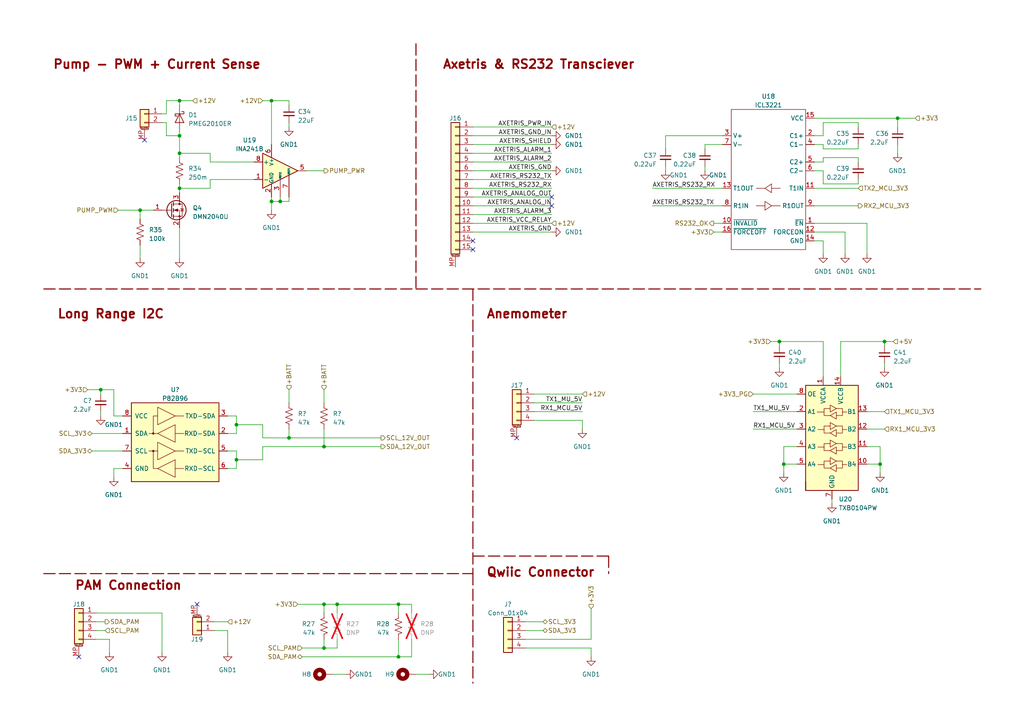
<source format=kicad_sch>
(kicad_sch (version 20230121) (generator eeschema)
  (paper "A4")
  (lib_symbols
    (symbol "Connector_Generic:Conn_01x04" (pin_names (offset 1.016) hide)
      (property "Reference" "J" (at 0 5.08 0))
      (property "Value" "Conn_01x04" (at 0 -7.62 0))
      (symbol "Conn_01x04_1_1"
        (pin passive line (at -5.08 2.54 0) (length 3.81) (name "Pin_1") (number "1"))
        (pin passive line (at -5.08 0 0) (length 3.81) (name "Pin_2") (number "2"))
        (pin passive line (at -5.08 -2.54 0) (length 3.81) (name "Pin_3") (number "3"))
        (pin passive line (at -5.08 -5.08 0) (length 3.81) (name "Pin_4") (number "4"))
      )
    )
    (symbol "Connector_Generic_MountingPin:Conn_01x02_MountingPin" (pin_names (offset 1.016) hide)
      (property "Reference" "J" (at 0 2.54 0))
      (property "Value" "Conn_01x02_MountingPin" (at 1.27 -5.08 0))
      (symbol "Conn_01x02_MountingPin_1_1"
        (text "Mounting" (at 0 -4.191 0) (effects (font (size 0.381 0.381))))
        (pin passive line (at -5.08 0 0) (length 3.81) (name "Pin_1") (number "1"))
        (pin passive line (at -5.08 -2.54 0) (length 3.81) (name "Pin_2") (number "2"))
        (pin passive line (at 0 -7.62 90) (length 3.048) (name "MountPin") (number "MP"))
      )
    )
    (symbol "Connector_Generic_MountingPin:Conn_01x04_MountingPin" (pin_names (offset 1.016) hide)
      (property "Reference" "J" (at 0 5.08 0))
      (property "Value" "Conn_01x04_MountingPin" (at 1.27 -7.62 0))
      (symbol "Conn_01x04_MountingPin_1_1"
        (text "Mounting" (at 0 -6.731 0) (effects (font (size 0.381 0.381))))
        (pin passive line (at -5.08 2.54 0) (length 3.81) (name "Pin_1") (number "1"))
        (pin passive line (at -5.08 0 0) (length 3.81) (name "Pin_2") (number "2"))
        (pin passive line (at -5.08 -2.54 0) (length 3.81) (name "Pin_3") (number "3"))
        (pin passive line (at -5.08 -5.08 0) (length 3.81) (name "Pin_4") (number "4"))
        (pin passive line (at 0 -10.16 90) (length 3.048) (name "MountPin") (number "MP"))
      )
    )
    (symbol "Connector_Generic_MountingPin:Conn_01x15_MountingPin" (pin_names (offset 1.016) hide)
      (property "Reference" "J" (at 0 20.32 0))
      (property "Value" "Conn_01x15_MountingPin" (at 1.27 -20.32 0))
      (symbol "Conn_01x15_MountingPin_1_1"
        (text "Mounting" (at 0 -19.431 0) (effects (font (size 0.381 0.381))))
        (pin passive line (at -5.08 17.78 0) (length 3.81) (name "Pin_1") (number "1"))
        (pin passive line (at -5.08 -5.08 0) (length 3.81) (name "Pin_10") (number "10"))
        (pin passive line (at -5.08 -7.62 0) (length 3.81) (name "Pin_11") (number "11"))
        (pin passive line (at -5.08 -10.16 0) (length 3.81) (name "Pin_12") (number "12"))
        (pin passive line (at -5.08 -12.7 0) (length 3.81) (name "Pin_13") (number "13"))
        (pin passive line (at -5.08 -15.24 0) (length 3.81) (name "Pin_14") (number "14"))
        (pin passive line (at -5.08 -17.78 0) (length 3.81) (name "Pin_15") (number "15"))
        (pin passive line (at -5.08 15.24 0) (length 3.81) (name "Pin_2") (number "2"))
        (pin passive line (at -5.08 12.7 0) (length 3.81) (name "Pin_3") (number "3"))
        (pin passive line (at -5.08 10.16 0) (length 3.81) (name "Pin_4") (number "4"))
        (pin passive line (at -5.08 7.62 0) (length 3.81) (name "Pin_5") (number "5"))
        (pin passive line (at -5.08 5.08 0) (length 3.81) (name "Pin_6") (number "6"))
        (pin passive line (at -5.08 2.54 0) (length 3.81) (name "Pin_7") (number "7"))
        (pin passive line (at -5.08 0 0) (length 3.81) (name "Pin_8") (number "8"))
        (pin passive line (at -5.08 -2.54 0) (length 3.81) (name "Pin_9") (number "9"))
        (pin passive line (at 0 -22.86 90) (length 3.048) (name "MountPin") (number "MP"))
      )
    )
    (symbol "Device:C_Small" (pin_numbers hide) (pin_names (offset 0.254) hide)
      (property "Reference" "C" (at 0.254 1.778 0))
      (property "Value" "C_Small" (at 0.254 -2.032 0))
      (symbol "C_Small_1_1"
        (pin passive line (at 0 2.54 270) (length 2.032) (name "~") (number "1"))
        (pin passive line (at 0 -2.54 90) (length 2.032) (name "~") (number "2"))
      )
    )
    (symbol "Device:Q_NMOS_GSD" (pin_names (offset 0) hide)
      (property "Reference" "Q" (at 5.08 1.27 0))
      (property "Value" "Q_NMOS_GSD" (at 5.08 -1.27 0))
      (symbol "Q_NMOS_GSD_1_1"
        (pin input line (at -5.08 0 0) (length 2.54) (name "G") (number "1"))
        (pin passive line (at 2.54 -5.08 90) (length 2.54) (name "S") (number "2"))
        (pin passive line (at 2.54 5.08 270) (length 2.54) (name "D") (number "3"))
      )
    )
    (symbol "Device:R_US" (pin_numbers hide) (pin_names (offset 0))
      (property "Reference" "R" (at 2.54 0 90))
      (property "Value" "R_US" (at -2.54 0 90))
      (symbol "R_US_1_1"
        (pin passive line (at 0 3.81 270) (length 1.27) (name "~") (number "1"))
        (pin passive line (at 0 -3.81 90) (length 1.27) (name "~") (number "2"))
      )
    )
    (symbol "Diode:PMEG2010ER" (pin_numbers hide) (pin_names hide)
      (property "Reference" "D" (at 0 2.54 0))
      (property "Value" "PMEG2010ER" (at 0 -2.54 0))
      (symbol "PMEG2010ER_1_1"
        (pin passive line (at -3.81 0 0) (length 2.54) (name "K") (number "1"))
        (pin passive line (at 3.81 0 180) (length 2.54) (name "A") (number "2"))
      )
    )
    (symbol "Interface_Expansion:P82B96" (pin_names (offset 1.016))
      (property "Reference" "U" (at -12.7 12.7 0))
      (property "Value" "P82B96" (at 5.08 12.7 0))
      (symbol "P82B96_1_1"
        (pin bidirectional line (at -15.24 2.54 0) (length 2.54) (name "SDA") (number "1"))
        (pin input line (at 15.24 2.54 180) (length 2.54) (name "RXD-SDA") (number "2"))
        (pin output line (at 15.24 7.62 180) (length 2.54) (name "TXD-SDA") (number "3"))
        (pin power_in line (at -15.24 -7.62 0) (length 2.54) (name "GND") (number "4"))
        (pin output line (at 15.24 -2.54 180) (length 2.54) (name "TXD-SCL") (number "5"))
        (pin input line (at 15.24 -7.62 180) (length 2.54) (name "RXD-SCL") (number "6"))
        (pin bidirectional line (at -15.24 -2.54 0) (length 2.54) (name "SCL") (number "7"))
        (pin power_in line (at -15.24 7.62 0) (length 2.54) (name "VCC") (number "8"))
      )
    )
    (symbol "Logic_LevelTranslator:TXB0104PW"
      (property "Reference" "U" (at -6.35 16.51 0))
      (property "Value" "TXB0104PW" (at 3.81 16.51 0))
      (symbol "TXB0104PW_1_1"
        (pin power_in line (at -2.54 17.78 270) (length 2.54) (name "VCCA") (number "1"))
        (pin bidirectional line (at 10.16 -7.62 180) (length 2.54) (name "B4") (number "10"))
        (pin bidirectional line (at 10.16 -2.54 180) (length 2.54) (name "B3") (number "11"))
        (pin bidirectional line (at 10.16 2.54 180) (length 2.54) (name "B2") (number "12"))
        (pin bidirectional line (at 10.16 7.62 180) (length 2.54) (name "B1") (number "13"))
        (pin power_in line (at 2.54 17.78 270) (length 2.54) (name "VCCB") (number "14"))
        (pin bidirectional line (at -10.16 7.62 0) (length 2.54) (name "A1") (number "2"))
        (pin bidirectional line (at -10.16 2.54 0) (length 2.54) (name "A2") (number "3"))
        (pin bidirectional line (at -10.16 -2.54 0) (length 2.54) (name "A3") (number "4"))
        (pin bidirectional line (at -10.16 -7.62 0) (length 2.54) (name "A4") (number "5"))
        (pin no_connect line (at -7.62 -12.7 0) (length 2.54) hide (name "NC") (number "6"))
        (pin power_in line (at 0 -17.78 90) (length 2.54) (name "GND") (number "7"))
        (pin input line (at -10.16 12.7 0) (length 2.54) (name "OE") (number "8"))
        (pin no_connect line (at 7.62 -12.7 180) (length 2.54) hide (name "NC") (number "9"))
      )
    )
    (symbol "Mechanical:MountingHole_Pad" (pin_numbers hide) (pin_names (offset 1.016) hide)
      (property "Reference" "H" (at 0 6.35 0))
      (property "Value" "MountingHole_Pad" (at 0 4.445 0))
      (symbol "MountingHole_Pad_1_1"
        (pin input line (at 0 -2.54 90) (length 2.54) (name "1") (number "1"))
      )
    )
    (symbol "Rumission:ICL3321"
      (property "Reference" "U" (at 0 0 0))
      (property "Value" "ICL3321" (at 0 0 0))
      (symbol "ICL3321_1_1"
        (pin input line (at -2.54 -34.29 0) (length 2.54) (name "~{EN}") (number "1"))
        (pin output line (at 24.13 -34.29 180) (length 2.54) (name "~{INVALID}") (number "10"))
        (pin input line (at -2.54 -24.13 0) (length 2.54) (name "T1IN") (number "11"))
        (pin input line (at -2.54 -36.83 0) (length 2.54) (name "FORCEON") (number "12"))
        (pin output line (at 24.13 -24.13 180) (length 2.54) (name "T1OUT") (number "13"))
        (pin power_out line (at -2.54 -39.37 0) (length 2.54) (name "GND") (number "14"))
        (pin power_in line (at -2.54 -3.81 0) (length 2.54) (name "VCC") (number "15"))
        (pin input line (at 24.13 -36.83 180) (length 2.54) (name "~{FORCEOFF}") (number "16"))
        (pin bidirectional line (at -2.54 -8.89 0) (length 2.54) (name "C1+") (number "2"))
        (pin power_in line (at 24.13 -8.89 180) (length 2.54) (name "V+") (number "3"))
        (pin bidirectional line (at -2.54 -11.43 0) (length 2.54) (name "C1-") (number "4"))
        (pin bidirectional line (at -2.54 -16.51 0) (length 2.54) (name "C2+") (number "5"))
        (pin bidirectional line (at -2.54 -19.05 0) (length 2.54) (name "C2-") (number "6"))
        (pin power_out line (at 24.13 -11.43 180) (length 2.54) (name "V-") (number "7"))
        (pin input line (at 24.13 -29.21 180) (length 2.54) (name "R1IN") (number "8"))
        (pin output line (at -2.54 -29.21 0) (length 2.54) (name "R1OUT") (number "9"))
      )
    )
    (symbol "Rumission:INA241B" (pin_names (offset 0.127))
      (property "Reference" "U" (at 3.81 3.81 0))
      (property "Value" "INA241B" (at 3.81 -2.54 0))
      (symbol "INA241B_1_1"
        (pin input line (at -7.62 -2.54 0) (length 2.54) (name "-") (number "1"))
        (pin power_in line (at -2.54 -7.62 90) (length 3.81) (name "GND") (number "2"))
        (pin passive line (at 0 -7.62 90) (length 5.08) (name "REF2") (number "3"))
        (pin passive line (at -2.54 -7.62 90) (length 3.81) hide (name "GND") (number "4"))
        (pin output line (at 7.62 0 180) (length 2.54) (name "~") (number "5"))
        (pin power_in line (at -2.54 7.62 270) (length 3.81) (name "V+") (number "6"))
        (pin passive line (at 2.54 -7.62 90) (length 6.35) (name "REF1") (number "7"))
        (pin input line (at -7.62 2.54 0) (length 2.54) (name "+") (number "8"))
      )
    )
    (symbol "power:GND1" (power) (pin_names (offset 0))
      (property "Value" "GND1" (at 0 -3.81 0))
      (symbol "GND1_1_1"
        (pin power_in line (at 0 0 270) (length 0) hide (name "GND1") (number "1"))
      )
    )
  )
  (junction (at 68.58 123.19))
  (junction (at 52.07 29.21))
  (junction (at 115.57 190.5))
  (junction (at 81.28 58.42))
  (junction (at 227.33 134.62))
  (junction (at 52.07 54.61))
  (junction (at 93.98 187.96))
  (junction (at 68.58 133.35))
  (junction (at 256.54 99.06))
  (junction (at 93.98 175.26))
  (junction (at 83.82 127))
  (junction (at 40.64 60.96))
  (junction (at 226.06 99.06))
  (junction (at 78.74 29.21))
  (junction (at 255.27 134.62))
  (junction (at 52.07 44.45))
  (junction (at 29.21 113.03))
  (junction (at 93.98 129.54))
  (junction (at 115.57 175.26))
  (junction (at 52.07 39.37))
  (junction (at 260.35 34.29))
  (junction (at 78.74 58.42))
  (junction (at 97.79 175.26))
  (no_connect (at 160.02 57.15))
  (no_connect (at 137.16 69.85))
  (no_connect (at 41.91 40.64))
  (no_connect (at 57.15 175.26))
  (no_connect (at 22.86 190.5))
  (no_connect (at 137.16 72.39))
  (no_connect (at 160.02 59.69))
  (no_connect (at 149.86 127))
  (wire (pts (xy 256.54 105.41) (xy 256.54 106.68)))
  (wire (pts (xy 243.84 99.06) (xy 243.84 109.22)))
  (wire (pts (xy 68.58 120.65) (xy 68.58 123.19)))
  (wire (pts (xy 137.16 39.37) (xy 160.02 39.37)))
  (wire (pts (xy 154.94 121.92) (xy 168.91 121.92)))
  (wire (pts (xy 236.22 64.77) (xy 251.46 64.77)))
  (wire (pts (xy 223.52 99.06) (xy 226.06 99.06)))
  (wire (pts (xy 238.76 53.34) (xy 238.76 49.53)))
  (wire (pts (xy 68.58 135.89) (xy 66.04 135.89)))
  (wire (pts (xy 52.07 53.34) (xy 52.07 54.61)))
  (wire (pts (xy 48.26 35.56) (xy 46.99 35.56)))
  (wire (pts (xy 33.02 120.65) (xy 33.02 113.03)))
  (wire (pts (xy 25.4 113.03) (xy 29.21 113.03)))
  (wire (pts (xy 93.98 124.46) (xy 93.98 129.54)))
  (wire (pts (xy 52.07 29.21) (xy 52.07 30.48)))
  (wire (pts (xy 46.99 177.8) (xy 46.99 189.23)))
  (wire (pts (xy 68.58 123.19) (xy 76.2 123.19)))
  (wire (pts (xy 248.92 52.07) (xy 248.92 53.34)))
  (wire (pts (xy 171.45 190.5) (xy 171.45 187.96)))
  (wire (pts (xy 93.98 129.54) (xy 76.2 129.54)))
  (wire (pts (xy 207.01 64.77) (xy 209.55 64.77)))
  (wire (pts (xy 78.74 57.15) (xy 78.74 58.42)))
  (wire (pts (xy 238.76 45.72) (xy 238.76 46.99)))
  (wire (pts (xy 248.92 35.56) (xy 238.76 35.56)))
  (wire (pts (xy 52.07 54.61) (xy 52.07 55.88)))
  (wire (pts (xy 40.64 71.12) (xy 40.64 74.93)))
  (wire (pts (xy 66.04 130.81) (xy 68.58 130.81)))
  (wire (pts (xy 34.29 60.96) (xy 40.64 60.96)))
  (wire (pts (xy 238.76 69.85) (xy 238.76 73.66)))
  (wire (pts (xy 189.23 59.69) (xy 209.55 59.69)))
  (wire (pts (xy 62.23 182.88) (xy 66.04 182.88)))
  (wire (pts (xy 83.82 58.42) (xy 81.28 58.42)))
  (wire (pts (xy 26.67 125.73) (xy 35.56 125.73)))
  (wire (pts (xy 238.76 99.06) (xy 226.06 99.06)))
  (wire (pts (xy 83.82 127) (xy 110.49 127)))
  (wire (pts (xy 52.07 38.1) (xy 52.07 39.37)))
  (wire (pts (xy 171.45 185.42) (xy 152.4 185.42)))
  (wire (pts (xy 83.82 124.46) (xy 83.82 127)))
  (wire (pts (xy 137.16 64.77) (xy 160.02 64.77)))
  (wire (pts (xy 218.44 114.3) (xy 231.14 114.3)))
  (wire (pts (xy 137.16 57.15) (xy 160.02 57.15)))
  (wire (pts (xy 52.07 66.04) (xy 52.07 74.93)))
  (wire (pts (xy 243.84 99.06) (xy 256.54 99.06)))
  (wire (pts (xy 33.02 120.65) (xy 35.56 120.65)))
  (wire (pts (xy 68.58 125.73) (xy 66.04 125.73)))
  (wire (pts (xy 31.75 185.42) (xy 31.75 189.23)))
  (wire (pts (xy 27.94 182.88) (xy 30.48 182.88)))
  (wire (pts (xy 52.07 29.21) (xy 55.88 29.21)))
  (wire (pts (xy 68.58 130.81) (xy 68.58 133.35)))
  (wire (pts (xy 209.55 39.37) (xy 193.04 39.37)))
  (polyline (pts (xy 12.7 166.37) (xy 137.16 166.37)) (stroke (width 0.3) (type dash) (color 132 0 0 1)))
  (wire (pts (xy 251.46 119.38) (xy 256.54 119.38)))
  (wire (pts (xy 83.82 113.03) (xy 83.82 116.84)))
  (wire (pts (xy 33.02 138.43) (xy 33.02 135.89)))
  (wire (pts (xy 86.36 175.26) (xy 93.98 175.26)))
  (wire (pts (xy 52.07 44.45) (xy 52.07 45.72)))
  (wire (pts (xy 137.16 67.31) (xy 160.02 67.31)))
  (wire (pts (xy 60.96 54.61) (xy 52.07 54.61)))
  (polyline (pts (xy 176.53 161.29) (xy 176.53 166.37)) (stroke (width 0.3) (type dash) (color 132 0 0 1)))
  (wire (pts (xy 238.76 41.91) (xy 236.22 41.91)))
  (wire (pts (xy 226.06 99.06) (xy 226.06 100.33)))
  (wire (pts (xy 171.45 187.96) (xy 152.4 187.96)))
  (wire (pts (xy 66.04 182.88) (xy 66.04 189.23)))
  (wire (pts (xy 29.21 114.3) (xy 29.21 113.03)))
  (wire (pts (xy 255.27 129.54) (xy 255.27 134.62)))
  (wire (pts (xy 93.98 113.03) (xy 93.98 116.84)))
  (wire (pts (xy 248.92 36.83) (xy 248.92 35.56)))
  (wire (pts (xy 27.94 177.8) (xy 46.99 177.8)))
  (wire (pts (xy 207.01 67.31) (xy 209.55 67.31)))
  (wire (pts (xy 137.16 52.07) (xy 160.02 52.07)))
  (wire (pts (xy 27.94 180.34) (xy 30.48 180.34)))
  (wire (pts (xy 97.79 175.26) (xy 115.57 175.26)))
  (wire (pts (xy 154.94 119.38) (xy 168.91 119.38)))
  (wire (pts (xy 256.54 99.06) (xy 256.54 100.33)))
  (wire (pts (xy 238.76 35.56) (xy 238.76 39.37)))
  (wire (pts (xy 154.94 114.3) (xy 168.91 114.3)))
  (wire (pts (xy 60.96 52.07) (xy 60.96 54.61)))
  (wire (pts (xy 189.23 54.61) (xy 209.55 54.61)))
  (wire (pts (xy 137.16 62.23) (xy 160.02 62.23)))
  (wire (pts (xy 137.16 59.69) (xy 160.02 59.69)))
  (wire (pts (xy 168.91 121.92) (xy 168.91 124.46)))
  (wire (pts (xy 204.47 41.91) (xy 204.47 43.18)))
  (wire (pts (xy 83.82 29.21) (xy 83.82 30.48)))
  (wire (pts (xy 119.38 185.42) (xy 119.38 190.5)))
  (wire (pts (xy 119.38 177.8) (xy 119.38 175.26)))
  (wire (pts (xy 48.26 39.37) (xy 48.26 35.56)))
  (wire (pts (xy 78.74 29.21) (xy 83.82 29.21)))
  (wire (pts (xy 152.4 182.88) (xy 157.48 182.88)))
  (wire (pts (xy 137.16 54.61) (xy 160.02 54.61)))
  (wire (pts (xy 81.28 57.15) (xy 81.28 58.42)))
  (wire (pts (xy 76.2 129.54) (xy 76.2 133.35)))
  (wire (pts (xy 27.94 185.42) (xy 31.75 185.42)))
  (wire (pts (xy 260.35 36.83) (xy 260.35 34.29)))
  (wire (pts (xy 68.58 123.19) (xy 68.58 125.73)))
  (wire (pts (xy 227.33 129.54) (xy 227.33 134.62)))
  (wire (pts (xy 97.79 185.42) (xy 97.79 187.96)))
  (wire (pts (xy 251.46 124.46) (xy 256.54 124.46)))
  (wire (pts (xy 115.57 185.42) (xy 115.57 190.5)))
  (wire (pts (xy 62.23 180.34) (xy 66.04 180.34)))
  (wire (pts (xy 238.76 39.37) (xy 236.22 39.37)))
  (wire (pts (xy 236.22 59.69) (xy 248.92 59.69)))
  (wire (pts (xy 83.82 57.15) (xy 83.82 58.42)))
  (wire (pts (xy 60.96 44.45) (xy 52.07 44.45)))
  (wire (pts (xy 68.58 133.35) (xy 68.58 135.89)))
  (wire (pts (xy 218.44 124.46) (xy 231.14 124.46)))
  (wire (pts (xy 238.76 43.18) (xy 238.76 41.91)))
  (wire (pts (xy 248.92 45.72) (xy 238.76 45.72)))
  (wire (pts (xy 209.55 41.91) (xy 204.47 41.91)))
  (wire (pts (xy 93.98 175.26) (xy 93.98 177.8)))
  (wire (pts (xy 248.92 46.99) (xy 248.92 45.72)))
  (wire (pts (xy 60.96 46.99) (xy 60.96 44.45)))
  (wire (pts (xy 76.2 127) (xy 83.82 127)))
  (wire (pts (xy 260.35 34.29) (xy 236.22 34.29)))
  (wire (pts (xy 137.16 46.99) (xy 160.02 46.99)))
  (wire (pts (xy 33.02 135.89) (xy 35.56 135.89)))
  (wire (pts (xy 120.65 195.58) (xy 124.46 195.58)))
  (wire (pts (xy 87.63 187.96) (xy 93.98 187.96)))
  (wire (pts (xy 52.07 39.37) (xy 48.26 39.37)))
  (wire (pts (xy 251.46 64.77) (xy 251.46 73.66)))
  (wire (pts (xy 193.04 48.26) (xy 193.04 49.53)))
  (polyline (pts (xy 137.16 166.37) (xy 137.16 198.12)) (stroke (width 0.3) (type dash) (color 132 0 0 1)))
  (wire (pts (xy 93.98 185.42) (xy 93.98 187.96)))
  (wire (pts (xy 154.94 116.84) (xy 168.91 116.84)))
  (wire (pts (xy 33.02 113.03) (xy 29.21 113.03)))
  (wire (pts (xy 171.45 176.53) (xy 171.45 185.42)))
  (wire (pts (xy 115.57 177.8) (xy 115.57 175.26)))
  (wire (pts (xy 248.92 43.18) (xy 238.76 43.18)))
  (wire (pts (xy 26.67 130.81) (xy 35.56 130.81)))
  (wire (pts (xy 218.44 119.38) (xy 231.14 119.38)))
  (wire (pts (xy 97.79 175.26) (xy 93.98 175.26)))
  (wire (pts (xy 76.2 133.35) (xy 68.58 133.35)))
  (wire (pts (xy 83.82 35.56) (xy 83.82 36.83)))
  (wire (pts (xy 73.66 46.99) (xy 60.96 46.99)))
  (wire (pts (xy 78.74 29.21) (xy 78.74 41.91)))
  (wire (pts (xy 76.2 29.21) (xy 78.74 29.21)))
  (wire (pts (xy 81.28 58.42) (xy 78.74 58.42)))
  (wire (pts (xy 48.26 29.21) (xy 52.07 29.21)))
  (polyline (pts (xy 137.16 83.82) (xy 137.16 166.37)) (stroke (width 0.3) (type dash) (color 132 0 0 1)))
  (wire (pts (xy 73.66 52.07) (xy 60.96 52.07)))
  (wire (pts (xy 204.47 48.26) (xy 204.47 49.53)))
  (wire (pts (xy 66.04 120.65) (xy 68.58 120.65)))
  (wire (pts (xy 52.07 39.37) (xy 52.07 44.45)))
  (wire (pts (xy 248.92 41.91) (xy 248.92 43.18)))
  (wire (pts (xy 255.27 134.62) (xy 251.46 134.62)))
  (wire (pts (xy 238.76 49.53) (xy 236.22 49.53)))
  (wire (pts (xy 97.79 177.8) (xy 97.79 175.26)))
  (wire (pts (xy 40.64 60.96) (xy 44.45 60.96)))
  (wire (pts (xy 119.38 190.5) (xy 115.57 190.5)))
  (wire (pts (xy 48.26 33.02) (xy 46.99 33.02)))
  (wire (pts (xy 137.16 41.91) (xy 160.02 41.91)))
  (wire (pts (xy 248.92 53.34) (xy 238.76 53.34)))
  (wire (pts (xy 137.16 49.53) (xy 160.02 49.53)))
  (wire (pts (xy 238.76 99.06) (xy 238.76 109.22)))
  (wire (pts (xy 227.33 137.16) (xy 227.33 134.62)))
  (wire (pts (xy 87.63 190.5) (xy 115.57 190.5)))
  (wire (pts (xy 88.9 49.53) (xy 93.98 49.53)))
  (wire (pts (xy 76.2 123.19) (xy 76.2 127)))
  (wire (pts (xy 255.27 137.16) (xy 255.27 134.62)))
  (wire (pts (xy 119.38 175.26) (xy 115.57 175.26)))
  (wire (pts (xy 231.14 129.54) (xy 227.33 129.54)))
  (wire (pts (xy 260.35 34.29) (xy 265.43 34.29)))
  (polyline (pts (xy 120.65 12.7) (xy 120.65 83.82)) (stroke (width 0.3) (type dash) (color 132 0 0 1)))
  (wire (pts (xy 137.16 36.83) (xy 160.02 36.83)))
  (wire (pts (xy 152.4 180.34) (xy 157.48 180.34)))
  (wire (pts (xy 248.92 54.61) (xy 236.22 54.61)))
  (polyline (pts (xy 12.7 83.82) (xy 120.65 83.82)) (stroke (width 0.3) (type dash) (color 132 0 0 1)))
  (polyline (pts (xy 137.16 161.29) (xy 176.53 161.29)) (stroke (width 0.3) (type dash) (color 132 0 0 1)))
  (wire (pts (xy 256.54 99.06) (xy 259.08 99.06)))
  (wire (pts (xy 226.06 105.41) (xy 226.06 106.68)))
  (wire (pts (xy 96.52 195.58) (xy 100.33 195.58)))
  (wire (pts (xy 78.74 58.42) (xy 78.74 60.96)))
  (wire (pts (xy 236.22 69.85) (xy 238.76 69.85)))
  (wire (pts (xy 93.98 187.96) (xy 97.79 187.96)))
  (wire (pts (xy 238.76 46.99) (xy 236.22 46.99)))
  (wire (pts (xy 241.3 144.78) (xy 241.3 146.05)))
  (wire (pts (xy 48.26 29.21) (xy 48.26 33.02)))
  (wire (pts (xy 260.35 41.91) (xy 260.35 44.45)))
  (wire (pts (xy 110.49 129.54) (xy 93.98 129.54)))
  (wire (pts (xy 193.04 39.37) (xy 193.04 43.18)))
  (wire (pts (xy 251.46 129.54) (xy 255.27 129.54)))
  (wire (pts (xy 40.64 63.5) (xy 40.64 60.96)))
  (wire (pts (xy 29.21 119.38) (xy 29.21 120.65)))
  (wire (pts (xy 245.11 67.31) (xy 245.11 73.66)))
  (wire (pts (xy 236.22 67.31) (xy 245.11 67.31)))
  (wire (pts (xy 137.16 44.45) (xy 160.02 44.45)))
  (wire (pts (xy 227.33 134.62) (xy 231.14 134.62)))
  (polyline (pts (xy 120.65 83.82) (xy 284.48 83.82)) (stroke (width 0.3) (type dash) (color 132 0 0 1)))
  (text "Anemometer" (at 140.97 92.71 0) (effects (font (size 2.54 2.54) (thickness 0.508) bold) (justify left bottom)))
  (text "PAM Connection" (at 21.59 171.45 0) (effects (font (size 2.54 2.54) (thickness 0.508) bold) (justify left bottom)))
  (text "Qwiic Connector" (at 140.97 167.64 0) (effects (font (size 2.54 2.54) (thickness 0.508) bold) (justify left bottom)))
  (text "Long Range I2C" (at 16.51 92.71 0) (effects (font (size 2.54 2.54) (thickness 0.508) bold) (justify left bottom)))
  (text "Axetris & RS232 Transciever" (at 128.27 20.32 0) (effects (font (size 2.54 2.54) (thickness 0.508) bold) (justify left bottom)))
  (text "Pump - PWM + Current Sense" (at 15.24 20.32 0) (effects (font (size 2.54 2.54) (thickness 0.508) bold) (justify left bottom)))
  (label "AXETRIS_ANALOG_OUT" (at 160.02 57.15 180))
  (label "AXETRIS_GND_IN" (at 160.02 39.37 180))
  (label "AXETRIS_RS232_TX" (at 160.02 52.07 180))
  (label "AXETRIS_ALARM_1" (at 160.02 44.45 180))
  (label "AXETRIS_SHIELD" (at 160.02 41.91 180))
  (label "AXETRIS_PWR_IN" (at 160.02 36.83 180))
  (label "RX1_MCU_5V" (at 168.91 119.38 180))
  (label "RX1_MCU_5V" (at 218.44 124.46 0))
  (label "AXETRIS_GND" (at 160.02 49.53 180))
  (label "AXETRIS_ALARM_3" (at 160.02 62.23 180))
  (label "AXETRIS_ANALOG_IN" (at 160.02 59.69 180))
  (label "AXETRIS_VCC_RELAY" (at 160.02 64.77 180))
  (label "AXETRIS_RS232_RX" (at 189.23 54.61 0))
  (label "TX1_MU_5V" (at 168.91 116.84 180))
  (label "TX1_MU_5V" (at 218.44 119.38 0))
  (label "AXETRIS_ALARM_2" (at 160.02 46.99 180))
  (label "AXETRIS_RS232_TX" (at 189.23 59.69 0))
  (label "AXETRIS_GND" (at 160.02 67.31 180))
  (label "AXETRIS_RS232_RX" (at 160.02 54.61 180))
  (hierarchical_label "+12V" (shape input) (at 55.88 29.21 0))
  (hierarchical_label "+3V3" (shape input) (at 207.01 67.31 180))
  (hierarchical_label "SDA_3V3" (shape bidirectional) (at 26.67 130.81 180))
  (hierarchical_label "+12V" (shape input) (at 160.02 36.83 0))
  (hierarchical_label "+12V" (shape input) (at 76.2 29.21 180))
  (hierarchical_label "+3V3" (shape input) (at 265.43 34.29 0))
  (hierarchical_label "PUMP_PWM" (shape input) (at 34.29 60.96 180))
  (hierarchical_label "PUMP_PWR" (shape output) (at 93.98 49.53 0))
  (hierarchical_label "RX2_MCU_3V3" (shape output) (at 248.92 59.69 0))
  (hierarchical_label "+12V" (shape input) (at 160.02 64.77 0))
  (hierarchical_label "+5V" (shape input) (at 259.08 99.06 0))
  (hierarchical_label "RS232_OK" (shape output) (at 207.01 64.77 180))
  (hierarchical_label "TX2_MCU_3V3" (shape input) (at 248.92 54.61 0))
  (hierarchical_label "SDA_PAM" (shape bidirectional) (at 87.63 190.5 180))
  (hierarchical_label "SCL_12V_OUT" (shape output) (at 110.49 127 0))
  (hierarchical_label "SCL_3V3" (shape bidirectional) (at 157.48 180.34 0))
  (hierarchical_label "+12V" (shape input) (at 168.91 114.3 0))
  (hierarchical_label "+BATT" (shape input) (at 93.98 113.03 90))
  (hierarchical_label "+3V3" (shape input) (at 171.45 176.53 90))
  (hierarchical_label "+12V" (shape input) (at 66.04 180.34 0))
  (hierarchical_label "+3V3" (shape input) (at 25.4 113.03 180))
  (hierarchical_label "TX1_MCU_3V3" (shape input) (at 256.54 119.38 0))
  (hierarchical_label "+3V3" (shape input) (at 86.36 175.26 180))
  (hierarchical_label "SCL_PAM" (shape input) (at 30.48 182.88 0))
  (hierarchical_label "SDA_PAM" (shape output) (at 30.48 180.34 0))
  (hierarchical_label "SCL_3V3" (shape bidirectional) (at 26.67 125.73 180))
  (hierarchical_label "SDA_12V_OUT" (shape output) (at 110.49 129.54 0))
  (hierarchical_label "+3V3_PG" (shape input) (at 218.44 114.3 180))
  (hierarchical_label "+BATT" (shape input) (at 83.82 113.03 90))
  (hierarchical_label "SDA_3V3" (shape bidirectional) (at 157.48 182.88 0))
  (hierarchical_label "+3V3" (shape input) (at 223.52 99.06 180))
  (hierarchical_label "SCL_PAM" (shape input) (at 87.63 187.96 180))
  (hierarchical_label "RX1_MCU_3V3" (shape input) (at 256.54 124.46 0))
  (symbol (lib_id "power:GND1") (at 160.02 39.37 90) (unit 1)
    (property "Reference" "#PWR093" (effects hide))
    (property "Value" "GND1" (at 163.83 39.37 90) (effects (justify right)))
  )
  (symbol (lib_id "Rumission:ICL3321") (at 233.68 30.48 0) (mirror y) (unit 1)
    (property "Reference" "U18" (at 222.885 27.94 0))
    (property "Value" "ICL3221" (at 222.885 30.48 0))
    (property "Footprint" "Package_SO:TSSOP-16_4.4x5mm_P0.65mm" (effects hide))
    (property "Datasheet" "https://www.renesas.com/us/en/document/dst/icl3221e-icl3222e-icl3223e-icl3232e-icl3241e-icl3243e-datasheet" (effects hide))
    (property "DigiKey PN" "ICL3221ECVZ-TCT-ND" (effects hide))
    (property "MPN" "ICL3221ECVZ-T" (effects hide))
    (property "Manufacturer" "Renesas Electronics America Inc" (effects hide))
  )
  (symbol (lib_id "Device:R_US") (at 52.07 49.53 0) (unit 1)
    (property "Reference" "R34" (at 54.61 48.895 0) (effects (justify left)))
    (property "Value" "250m" (at 54.61 51.435 0) (effects (justify left)))
    (property "Footprint" "Resistor_SMD:R_2512_6332Metric_Pad1.40x3.35mm_HandSolder" (effects hide))
    (property "Datasheet" "https://www.yageo.com/upload/media/product/productsearch/datasheet/rchip/PYu-RL_Group_521_RoHS_L_2.pdf" (effects hide))
    (property "DigiKey PN" "13-RL2512FK-070R25LCT-ND" (effects hide))
    (property "MPN" "RL2512FK-070R25L" (effects hide))
    (property "Manufacturer" "YAGEO" (effects hide))
  )
  (symbol (lib_id "Device:R_US") (at 40.64 67.31 0) (unit 1)
    (property "Reference" "R35" (at 43.18 66.675 0) (effects (justify left)))
    (property "Value" "100k" (at 43.18 69.215 0) (effects (justify left)))
    (property "Footprint" "Resistor_SMD:R_0805_2012Metric_Pad1.20x1.40mm_HandSolder" (effects hide))
    (property "Datasheet" "https://www.yageo.com/upload/media/product/productsearch/datasheet/rchip/PYu-RC_Group_51_RoHS_L_12.pdf" (effects hide))
    (property "DigiKey PN" "311-100KCRCT-ND" (effects hide))
    (property "MPN" "RC0805FR-07100KL" (effects hide))
    (property "Manufacturer" "YAGEO" (effects hide))
  )
  (symbol (lib_id "Device:R_US") (at 83.82 120.65 0) (unit 1)
    (property "Reference" "R?" (at 86.36 120.015 0) (effects (justify left)))
    (property "Value" "47k" (at 86.36 122.555 0) (effects (justify left)))
    (property "Footprint" "Resistor_THT:R_Axial_DIN0207_L6.3mm_D2.5mm_P10.16mm_Horizontal" (effects hide))
    (property "Datasheet" "https://www.yageo.com/upload/media/product/productsearch/datasheet/lr/YAGEO%20MFR_datasheet_2021v1.pdf" (effects hide))
    (property "DigiKey PN" "13-MFR-25FRF52-47KCT-ND" (effects hide))
    (property "MPN" "MFR-25FRF52-47K" (effects hide))
    (property "Manufacturer" "YAGEO" (effects hide))
    (instances (project "dboards" (path "" (reference "R?") (unit 1))) (project "dboards-02" (path "" (reference "R28") (unit 1)) (path "" (reference "R36") (unit 1))))
  )
  (symbol (lib_id "power:GND1") (at 260.35 44.45 0) (mirror y) (unit 1)
    (property "Reference" "#PWR095" (effects hide))
    (property "Value" "GND1" (at 260.35 49.53 0))
  )
  (symbol (lib_id "Device:C_Small") (at 83.82 33.02 0) (unit 1)
    (property "Reference" "C34" (at 86.36 32.3913 0) (effects (justify left)))
    (property "Value" "22uF" (at 86.36 34.9313 0) (effects (justify left)))
    (property "Footprint" "Capacitor_THT:CP_Radial_D6.3mm_P2.50mm" (effects hide))
    (property "Datasheet" "https://industrial.panasonic.com/cdbs/www-data/pdf/RDF0000/ABA0000C1041.pdf" (effects hide))
    (property "DigiKey PN" "P15835CT-ND" (effects hide))
    (property "MPN" "EEA-GA1H2R2H" (effects hide))
    (property "Manufacturer" "Panasonic Electronic Components" (effects hide))
  )
  (symbol (lib_id "Connector_Generic:Conn_01x04") (at 147.32 182.88 0) (mirror y) (unit 1)
    (property "Reference" "J?" (at 147.32 175.26 0))
    (property "Value" "Conn_01x04" (at 147.32 177.8 0))
    (property "Footprint" "Connector_JST:JST_SH_BM04B-SRSS-TB_1x04-1MP_P1.00mm_Vertical" (effects hide))
    (property "Datasheet" "https://www.jst-mfg.com/product/pdf/eng/eSH.pdf" (effects hide))
    (property "DigiKey PN" "455-1790-1-ND" (effects hide))
    (property "MPN" "BM04B-SRSS-TB(LF)(SN)" (effects hide))
    (property "Manufacturer" "JST Sales America Inc." (effects hide))
    (instances (project "dboards" (path "" (reference "J?") (unit 1))) (project "dboards-02" (path "" (reference "J22") (unit 1)) (path "" (reference "J20") (unit 1))))
  )
  (symbol (lib_id "Connector_Generic_MountingPin:Conn_01x04_MountingPin") (at 149.86 116.84 0) (mirror y) (unit 1)
    (property "Reference" "J17" (at 149.86 111.76 0))
    (property "Value" "Conn_01x04_MountingPin" (effects hide))
    (property "Footprint" "Connector_JST:JST_XH_B4B-XH-AM_1x04_P2.50mm_Vertical" (effects hide))
    (property "Datasheet" "https://www.jst-mfg.com/product/pdf/eng/eXH.pdf" (effects hide))
    (property "DigiKey PN" "455-2237-ND" (effects hide))
    (property "MPN" "B4B-XH-AM(LF)(SN)" (effects hide))
    (property "Manufacturer" "JST Sales America Inc." (effects hide))
  )
  (symbol (lib_id "power:GND1") (at 238.76 73.66 0) (mirror y) (unit 1)
    (property "Reference" "#PWR0101" (effects hide))
    (property "Value" "GND1" (at 238.76 78.74 0))
  )
  (symbol (lib_id "power:GND1") (at 52.07 74.93 0) (unit 1)
    (property "Reference" "#PWR0105" (effects hide))
    (property "Value" "GND1" (at 52.07 80.01 0))
  )
  (symbol (lib_id "Device:C_Small") (at 226.06 102.87 0) (mirror y) (unit 1)
    (property "Reference" "C40" (at 228.6 102.2413 0) (effects (justify right)))
    (property "Value" "2.2uF" (at 228.6 104.7813 0) (effects (justify right)))
    (property "Footprint" "Capacitor_SMD:C_0805_2012Metric_Pad1.18x1.45mm_HandSolder" (effects hide))
    (property "Datasheet" "https://media.digikey.com/pdf/Data%20Sheets/Samsung%20PDFs/CL21B225KPFNNNE_Spec.pdf" (effects hide))
    (property "DigiKey PN" "1276-1188-1-ND" (effects hide))
    (property "MPN" "CL21B225KPFNNNE" (effects hide))
    (property "Manufacturer" "Samsung Electro-Mechanics" (effects hide))
  )
  (symbol (lib_id "power:GND1") (at 83.82 36.83 0) (unit 1)
    (property "Reference" "#PWR092" (effects hide))
    (property "Value" "GND1" (at 83.82 41.91 0))
  )
  (symbol (lib_id "power:GND1") (at 226.06 106.68 0) (unit 1)
    (property "Reference" "#PWR0106" (effects hide))
    (property "Value" "GND1" (at 226.06 111.76 0))
  )
  (symbol (lib_id "power:GND1") (at 31.75 189.23 0) (unit 1)
    (property "Reference" "#PWR0114" (effects hide))
    (property "Value" "GND1" (at 31.75 194.31 0))
  )
  (symbol (lib_id "power:GND1") (at 227.33 137.16 0) (unit 1)
    (property "Reference" "#PWR0110" (effects hide))
    (property "Value" "GND1" (at 227.33 142.24 0))
  )
  (symbol (lib_id "power:GND1") (at 255.27 137.16 0) (mirror y) (unit 1)
    (property "Reference" "#PWR0111" (effects hide))
    (property "Value" "GND1" (at 255.27 142.24 0))
  )
  (symbol (lib_id "Device:C_Small") (at 260.35 39.37 0) (mirror y) (unit 1)
    (property "Reference" "C36" (at 257.81 38.7413 0) (effects (justify left)))
    (property "Value" "2.2uF" (at 257.81 41.2813 0) (effects (justify left)))
    (property "Footprint" "Capacitor_SMD:C_0805_2012Metric_Pad1.18x1.45mm_HandSolder" (effects hide))
    (property "Datasheet" "https://media.digikey.com/pdf/Data%20Sheets/Samsung%20PDFs/CL21B225KPFNNNE_Spec.pdf" (effects hide))
    (property "DigiKey PN" "1276-1188-1-ND" (effects hide))
    (property "MPN" "CL21B225KPFNNNE" (effects hide))
    (property "Manufacturer" "Samsung Electro-Mechanics" (effects hide))
  )
  (symbol (lib_id "power:GND1") (at 78.74 60.96 0) (unit 1)
    (property "Reference" "#PWR099" (effects hide))
    (property "Value" "GND1" (at 78.74 66.04 0))
  )
  (symbol (lib_id "Connector_Generic_MountingPin:Conn_01x04_MountingPin") (at 22.86 180.34 0) (mirror y) (unit 1)
    (property "Reference" "J18" (at 22.86 175.26 0))
    (property "Value" "Conn_01x04_MountingPin" (effects hide))
    (property "Footprint" "Connector_JST:JST_XH_B4B-XH-AM_1x04_P2.50mm_Vertical" (effects hide))
    (property "Datasheet" "https://www.jst-mfg.com/product/pdf/eng/eXH.pdf" (effects hide))
    (property "DigiKey PN" "455-2237-ND" (effects hide))
    (property "MPN" "B4B-XH-AM(LF)(SN)" (effects hide))
    (property "Manufacturer" "JST Sales America Inc." (effects hide))
  )
  (symbol (lib_id "power:GND1") (at 124.46 195.58 90) (unit 1)
    (property "Reference" "#PWR0163" (effects hide))
    (property "Value" "GND1" (at 127 195.58 90) (effects (justify right)))
    (instances (project "dboards-02" (path "" (reference "#PWR0163") (unit 1)) (path "" (reference "#PWR0119") (unit 1))))
  )
  (symbol (lib_id "Device:C_Small") (at 204.47 45.72 0) (mirror y) (unit 1)
    (property "Reference" "C38" (at 201.93 45.0913 0) (effects (justify left)))
    (property "Value" "0.22uF" (at 201.93 47.6313 0) (effects (justify left)))
    (property "Footprint" "Capacitor_SMD:C_0805_2012Metric_Pad1.18x1.45mm_HandSolder" (effects hide))
    (property "Datasheet" "https://source.z2data.com/2016/11/28/0/17/18/162/3090051/s_cl21b224kafnnne.pdf" (effects hide))
    (property "DigiKey PN" "1276-1161-1-ND" (effects hide))
    (property "MPN" "CL21B224KAFNNNE" (effects hide))
    (property "Manufacturer" "Samsung Electro-Mechanics" (effects hide))
  )
  (symbol (lib_id "power:GND1") (at 193.04 49.53 0) (mirror y) (unit 1)
    (property "Reference" "#PWR097" (effects hide))
    (property "Value" "GND1" (at 196.85 50.8 0))
  )
  (symbol (lib_id "power:GND1") (at 160.02 67.31 90) (unit 1)
    (property "Reference" "#PWR0100" (effects hide))
    (property "Value" "GND1" (at 163.83 67.31 90) (effects (justify right)))
  )
  (symbol (lib_id "power:GND1") (at 171.45 190.5 0) (mirror y) (unit 1)
    (property "Reference" "#PWR0117" (effects hide))
    (property "Value" "GND1" (at 171.45 195.58 0))
  )
  (symbol (lib_id "power:GND1") (at 160.02 49.53 90) (unit 1)
    (property "Reference" "#PWR096" (effects hide))
    (property "Value" "GND1" (at 163.83 49.53 90) (effects (justify right)))
  )
  (symbol (lib_id "power:GND1") (at 29.21 120.65 0) (unit 1)
    (property "Reference" "#PWR0108" (effects hide))
    (property "Value" "GND1" (at 33.02 123.19 0))
  )
  (symbol (lib_id "Connector_Generic_MountingPin:Conn_01x02_MountingPin") (at 41.91 33.02 0) (mirror y) (unit 1)
    (property "Reference" "J15" (at 38.1 34.29 0))
    (property "Value" "Conn_01x02_MountingPin" (effects hide))
    (property "Footprint" "Connector_JST:JST_XH_B2B-XH-AM_1x02_P2.50mm_Vertical" (effects hide))
    (property "Datasheet" "https://www.jst-mfg.com/product/pdf/eng/eXH.pdf" (effects hide))
    (property "DigiKey PN" "455-2273-ND" (effects hide))
    (property "MPN" "B2B-XH-AM(LF)(SN)" (effects hide))
    (property "Manufacturer" "JST Sales America Inc." (effects hide))
  )
  (symbol (lib_id "power:GND1") (at 241.3 146.05 0) (mirror y) (unit 1)
    (property "Reference" "#PWR0113" (effects hide))
    (property "Value" "GND1" (at 241.3 151.13 0))
  )
  (symbol (lib_id "Device:C_Small") (at 248.92 39.37 0) (mirror y) (unit 1)
    (property "Reference" "C35" (at 246.38 38.7413 0) (effects (justify left)))
    (property "Value" "0.22uF" (at 246.38 41.2813 0) (effects (justify left)))
    (property "Footprint" "Capacitor_SMD:C_0805_2012Metric_Pad1.18x1.45mm_HandSolder" (effects hide))
    (property "Datasheet" "https://source.z2data.com/2016/11/28/0/17/18/162/3090051/s_cl21b224kafnnne.pdf" (effects hide))
    (property "DigiKey PN" "1276-1161-1-ND" (effects hide))
    (property "MPN" "CL21B224KAFNNNE" (effects hide))
    (property "Manufacturer" "Samsung Electro-Mechanics" (effects hide))
  )
  (symbol (lib_id "Diode:PMEG2010ER") (at 52.07 34.29 270) (unit 1)
    (property "Reference" "D1" (at 54.61 33.3375 90) (effects (justify left)))
    (property "Value" "PMEG2010ER" (at 54.61 35.8775 90) (effects (justify left)))
    (property "Footprint" "Diode_SMD:Nexperia_CFP3_SOD-123W" (effects hide))
    (property "Datasheet" "https://assets.nexperia.com/documents/data-sheet/PMEG2010ER.pdf" (effects hide))
    (property "DigiKey PN" "1727-5192-1-ND" (effects hide))
    (property "MPN" "PMEG2010ER,115" (effects hide))
    (property "Manufacturer" "Nexperia USA Inc." (effects hide))
  )
  (symbol (lib_id "Device:R_US") (at 115.57 181.61 0) (mirror y) (unit 1)
    (property "Reference" "R28" (at 113.03 180.975 0) (effects (justify left)))
    (property "Value" "47k" (at 113.03 183.515 0) (effects (justify left)))
    (property "Footprint" "Resistor_SMD:R_0805_2012Metric_Pad1.20x1.40mm_HandSolder" (effects hide))
    (property "Datasheet" "https://www.yageo.com/upload/media/product/productsearch/datasheet/rchip/PYu-RC_Group_51_RoHS_L_12.pdf" (effects hide))
    (property "DigiKey PN" "311-47.0KCRCT-ND" (effects hide))
    (property "MPN" "RC0805FR-0747KL" (effects hide))
    (property "Manufacturer" "YAGEO" (effects hide))
    (instances (project "dboards-02" (path "" (reference "R28") (unit 1)) (path "" (reference "R40") (unit 1))))
  )
  (symbol (lib_id "power:GND1") (at 204.47 49.53 0) (mirror y) (unit 1)
    (property "Reference" "#PWR098" (effects hide))
    (property "Value" "GND1" (at 208.28 50.8 0))
  )
  (symbol (lib_id "Device:C_Small") (at 29.21 116.84 0) (mirror y) (unit 1)
    (property "Reference" "C?" (at 26.67 116.2113 0) (effects (justify left)))
    (property "Value" "2.2uF" (at 26.67 118.7513 0) (effects (justify left)))
    (property "Footprint" "Capacitor_SMD:C_0805_2012Metric_Pad1.18x1.45mm_HandSolder" (effects hide))
    (property "Datasheet" "https://media.digikey.com/pdf/Data%20Sheets/Samsung%20PDFs/CL21B225KPFNNNE_Spec.pdf" (effects hide))
    (property "DigiKey PN" "1276-1188-1-ND" (effects hide))
    (property "MPN" "CL21B225KPFNNNE" (effects hide))
    (property "Manufacturer" "Samsung Electro-Mechanics" (effects hide))
    (instances (project "dboards" (path "" (reference "C?") (unit 1))) (project "dboards-02" (path "" (reference "C25") (unit 1)) (path "" (reference "C42") (unit 1))))
  )
  (symbol (lib_id "Mechanical:MountingHole_Pad") (at 93.98 195.58 90) (unit 1) (in_bom no)
    (property "Reference" "H8" (at 88.9 195.58 90))
    (property "Value" "MountingHole_Pad" (effects hide))
    (property "Footprint" "MountingHole:MountingHole_3.2mm_M3_DIN965_Pad" (effects hide))
    (instances (project "dboards-02" (path "" (reference "H8") (unit 1)) (path "" (reference "H25") (unit 1))))
  )
  (symbol (lib_id "Connector_Generic_MountingPin:Conn_01x02_MountingPin") (at 57.15 182.88 180) (unit 1)
    (property "Reference" "J19" (at 57.15 185.42 0))
    (property "Value" "Conn_01x02_MountingPin" (effects hide))
    (property "Footprint" "Connector_JST:JST_XH_B2B-XH-AM_1x02_P2.50mm_Vertical" (effects hide))
    (property "Datasheet" "https://www.jst-mfg.com/product/pdf/eng/eXH.pdf" (effects hide))
    (property "DigiKey PN" "455-2273-ND" (effects hide))
    (property "MPN" "B2B-XH-AM(LF)(SN)" (effects hide))
    (property "Manufacturer" "JST Sales America Inc." (effects hide))
  )
  (symbol (lib_id "Device:Q_NMOS_GSD") (at 49.53 60.96 0) (unit 1)
    (property "Reference" "Q4" (at 55.88 60.325 0) (effects (justify left)))
    (property "Value" "DMN2040U" (at 55.88 62.865 0) (effects (justify left)))
    (property "Footprint" "Package_TO_SOT_SMD:SOT-523" (effects hide))
    (property "Datasheet" "https://www.diodes.com/assets/Datasheets/DMN2040U.pdf" (effects hide))
    (property "DigiKey PN" "31-DMN2040U-13CT-ND" (effects hide))
    (property "MPN" "DMN2040U-13" (effects hide))
    (property "Manufacturer" "Diodes Incorporated" (effects hide))
  )
  (symbol (lib_id "power:GND1") (at 66.04 189.23 0) (unit 1)
    (property "Reference" "#PWR0116" (effects hide))
    (property "Value" "GND1" (at 66.04 194.31 0))
  )
  (symbol (lib_id "power:GND1") (at 256.54 106.68 0) (mirror y) (unit 1)
    (property "Reference" "#PWR0107" (effects hide))
    (property "Value" "GND1" (at 256.54 111.76 0))
  )
  (symbol (lib_id "power:GND1") (at 168.91 124.46 0) (unit 1)
    (property "Reference" "#PWR0109" (effects hide))
    (property "Value" "GND1" (at 168.91 129.54 0))
  )
  (symbol (lib_id "Device:C_Small") (at 193.04 45.72 0) (mirror y) (unit 1)
    (property "Reference" "C37" (at 190.5 45.0913 0) (effects (justify left)))
    (property "Value" "0.22uF" (at 190.5 47.6313 0) (effects (justify left)))
    (property "Footprint" "Capacitor_SMD:C_0805_2012Metric_Pad1.18x1.45mm_HandSolder" (effects hide))
    (property "Datasheet" "https://source.z2data.com/2016/11/28/0/17/18/162/3090051/s_cl21b224kafnnne.pdf" (effects hide))
    (property "DigiKey PN" "1276-1161-1-ND" (effects hide))
    (property "MPN" "CL21B224KAFNNNE" (effects hide))
    (property "Manufacturer" "Samsung Electro-Mechanics" (effects hide))
  )
  (symbol (lib_id "power:GND1") (at 100.33 195.58 90) (unit 1)
    (property "Reference" "#PWR0162" (effects hide))
    (property "Value" "GND1" (at 102.87 195.58 90) (effects (justify right)))
    (instances (project "dboards-02" (path "" (reference "#PWR0162") (unit 1)) (path "" (reference "#PWR0118") (unit 1))))
  )
  (symbol (lib_id "Logic_LevelTranslator:TXB0104PW") (at 241.3 127 0) (unit 1)
    (property "Reference" "U20" (at 243.2559 144.78 0) (effects (justify left)))
    (property "Value" "TXB0104PW" (at 243.2559 147.32 0) (effects (justify left)))
    (property "Footprint" "Package_SO:TSSOP-14_4.4x5mm_P0.65mm" (effects hide))
    (property "Datasheet" "http://www.ti.com/lit/ds/symlink/txb0104.pdf" (effects hide))
    (property "DigiKey PN" "296-21929-1-ND" (effects hide))
    (property "MPN" "TXB0104PWR" (effects hide))
    (property "Manufacturer" "Texas Instruments" (effects hide))
  )
  (symbol (lib_id "Interface_Expansion:P82B96") (at 50.8 128.27 0) (unit 1)
    (property "Reference" "U?" (at 50.8 113.03 0))
    (property "Value" "P82B96" (at 50.8 115.57 0))
    (property "Footprint" "Package_SO:SOIC-8_3.9x4.9mm_P1.27mm" (effects hide))
    (property "Datasheet" "http://www.nxp.com/documents/data_sheet/P82B96.pdf" (effects hide))
    (property "DigiKey PN" "296-20942-1-ND" (effects hide))
    (property "MPN" "P82B96DR" (effects hide))
    (property "Manufacturer" "Texas Instruments" (effects hide))
    (instances (project "dboards" (path "" (reference "U?") (unit 1))) (project "dboards-02" (path "" (reference "U15") (unit 1)) (path "" (reference "U21") (unit 1))))
  )
  (symbol (lib_id "Rumission:INA241B") (at 81.28 49.53 0) (unit 1)
    (property "Reference" "U19" (at 72.39 40.64 0))
    (property "Value" "INA241B" (at 72.39 43.18 0))
    (property "Footprint" "Package_SO:SOIC-8_3.9x4.9mm_P1.27mm" (effects hide))
    (property "Datasheet" "http://www.ti.com/lit/ds/symlink/ina241b.pdf" (effects hide))
    (property "DigiKey PN" "296-INA241B1IDDFRCT-ND" (effects hide))
    (property "MPN" "INA241B1IDDFR" (effects hide))
    (property "Manufacturer" "Texas Instruments" (effects hide))
  )
  (symbol (lib_id "Device:R_US") (at 119.38 181.61 0) (unit 1) (in_bom no) (dnp yes)
    (property "Reference" "R28" (at 121.92 180.975 0) (effects (justify left)))
    (property "Value" "DNP" (at 121.92 183.515 0) (effects (justify left)))
    (property "Footprint" "Resistor_THT:R_Axial_DIN0207_L6.3mm_D2.5mm_P10.16mm_Horizontal" (effects hide))
    (instances (project "dboards-02" (path "" (reference "R28") (unit 1)) (path "" (reference "R41") (unit 1))))
  )
  (symbol (lib_id "power:GND1") (at 40.64 74.93 0) (unit 1)
    (property "Reference" "#PWR0104" (effects hide))
    (property "Value" "GND1" (at 40.64 80.01 0))
  )
  (symbol (lib_id "power:GND1") (at 160.02 41.91 90) (unit 1)
    (property "Reference" "#PWR094" (effects hide))
    (property "Value" "GND1" (at 163.83 41.91 90) (effects (justify right)))
  )
  (symbol (lib_id "power:GND1") (at 33.02 138.43 0) (unit 1)
    (property "Reference" "#PWR0112" (effects hide))
    (property "Value" "GND1" (at 33.02 143.51 0))
  )
  (symbol (lib_id "Device:C_Small") (at 256.54 102.87 0) (unit 1)
    (property "Reference" "C41" (at 259.08 102.2413 0) (effects (justify left)))
    (property "Value" "2.2uF" (at 259.08 104.7813 0) (effects (justify left)))
    (property "Footprint" "Capacitor_SMD:C_0805_2012Metric_Pad1.18x1.45mm_HandSolder" (effects hide))
    (property "Datasheet" "https://media.digikey.com/pdf/Data%20Sheets/Samsung%20PDFs/CL21B225KPFNNNE_Spec.pdf" (effects hide))
    (property "DigiKey PN" "1276-1188-1-ND" (effects hide))
    (property "MPN" "CL21B225KPFNNNE" (effects hide))
    (property "Manufacturer" "Samsung Electro-Mechanics" (effects hide))
  )
  (symbol (lib_id "Device:C_Small") (at 248.92 49.53 0) (mirror y) (unit 1)
    (property "Reference" "C39" (at 246.38 48.9013 0) (effects (justify left)))
    (property "Value" "0.22uF" (at 246.38 51.4413 0) (effects (justify left)))
    (property "Footprint" "Capacitor_SMD:C_0805_2012Metric_Pad1.18x1.45mm_HandSolder" (effects hide))
    (property "Datasheet" "https://source.z2data.com/2016/11/28/0/17/18/162/3090051/s_cl21b224kafnnne.pdf" (effects hide))
    (property "DigiKey PN" "1276-1161-1-ND" (effects hide))
    (property "MPN" "CL21B224KAFNNNE" (effects hide))
    (property "Manufacturer" "Samsung Electro-Mechanics" (effects hide))
  )
  (symbol (lib_id "power:GND1") (at 251.46 73.66 0) (mirror y) (unit 1)
    (property "Reference" "#PWR0103" (effects hide))
    (property "Value" "GND1" (at 251.46 78.74 0))
  )
  (symbol (lib_id "Device:R_US") (at 93.98 120.65 0) (unit 1)
    (property "Reference" "R?" (at 96.52 120.015 0) (effects (justify left)))
    (property "Value" "47k" (at 96.52 122.555 0) (effects (justify left)))
    (property "Footprint" "Resistor_THT:R_Axial_DIN0207_L6.3mm_D2.5mm_P10.16mm_Horizontal" (effects hide))
    (property "Datasheet" "https://www.yageo.com/upload/media/product/productsearch/datasheet/lr/YAGEO%20MFR_datasheet_2021v1.pdf" (effects hide))
    (property "DigiKey PN" "13-MFR-25FRF52-47KCT-ND" (effects hide))
    (property "MPN" "MFR-25FRF52-47K" (effects hide))
    (property "Manufacturer" "YAGEO" (effects hide))
    (instances (project "dboards" (path "" (reference "R?") (unit 1))) (project "dboards-02" (path "" (reference "R29") (unit 1)) (path "" (reference "R37") (unit 1))))
  )
  (symbol (lib_id "Device:R_US") (at 93.98 181.61 0) (mirror y) (unit 1)
    (property "Reference" "R27" (at 91.44 180.975 0) (effects (justify left)))
    (property "Value" "47k" (at 91.44 183.515 0) (effects (justify left)))
    (property "Footprint" "Resistor_SMD:R_0805_2012Metric_Pad1.20x1.40mm_HandSolder" (effects hide))
    (property "Datasheet" "https://www.yageo.com/upload/media/product/productsearch/datasheet/rchip/PYu-RC_Group_51_RoHS_L_12.pdf" (effects hide))
    (property "DigiKey PN" "311-47.0KCRCT-ND" (effects hide))
    (property "MPN" "RC0805FR-0747KL" (effects hide))
    (property "Manufacturer" "YAGEO" (effects hide))
    (instances (project "dboards-02" (path "" (reference "R27") (unit 1)) (path "" (reference "R38") (unit 1))))
  )
  (symbol (lib_id "power:GND1") (at 46.99 189.23 0) (unit 1)
    (property "Reference" "#PWR0115" (effects hide))
    (property "Value" "GND1" (at 46.99 194.31 0))
  )
  (symbol (lib_id "Mechanical:MountingHole_Pad") (at 118.11 195.58 90) (unit 1) (in_bom no)
    (property "Reference" "H9" (at 113.03 195.58 90))
    (property "Value" "MountingHole_Pad" (effects hide))
    (property "Footprint" "MountingHole:MountingHole_3.2mm_M3_DIN965_Pad" (effects hide))
    (instances (project "dboards-02" (path "" (reference "H9") (unit 1)) (path "" (reference "H26") (unit 1))))
  )
  (symbol (lib_id "Connector_Generic_MountingPin:Conn_01x15_MountingPin") (at 132.08 54.61 0) (mirror y) (unit 1)
    (property "Reference" "J16" (at 132.08 34.29 0))
    (property "Value" "Conn_01x15_MountingPin" (effects hide))
    (property "Footprint" "Connector_Dsub:DSUB-15_Female_Vertical_P2.77x2.84mm_MountingHoles" (effects hide))
    (property "Datasheet" "https://www.amphenol-cs.com/media/wysiwyg/files/drawing/c01-8646-0815.pdf" (effects hide))
    (property "DigiKey PN" "609-1497-ND" (effects hide))
    (property "MPN" "D15S24A4GV00LF" (effects hide))
    (property "Manufacturer" "Amphenol ICC (FCI)" (effects hide))
  )
  (symbol (lib_id "power:GND1") (at 245.11 73.66 0) (mirror y) (unit 1)
    (property "Reference" "#PWR0102" (effects hide))
    (property "Value" "GND1" (at 245.11 78.74 0))
  )
  (symbol (lib_id "Device:R_US") (at 97.79 181.61 0) (unit 1) (in_bom no) (dnp yes)
    (property "Reference" "R27" (at 100.33 180.975 0) (effects (justify left)))
    (property "Value" "DNP" (at 100.33 183.515 0) (effects (justify left)))
    (property "Footprint" "Resistor_THT:R_Axial_DIN0207_L6.3mm_D2.5mm_P10.16mm_Horizontal" (effects hide))
    (instances (project "dboards-02" (path "" (reference "R27") (unit 1)) (path "" (reference "R39") (unit 1))))
  )
)
</source>
